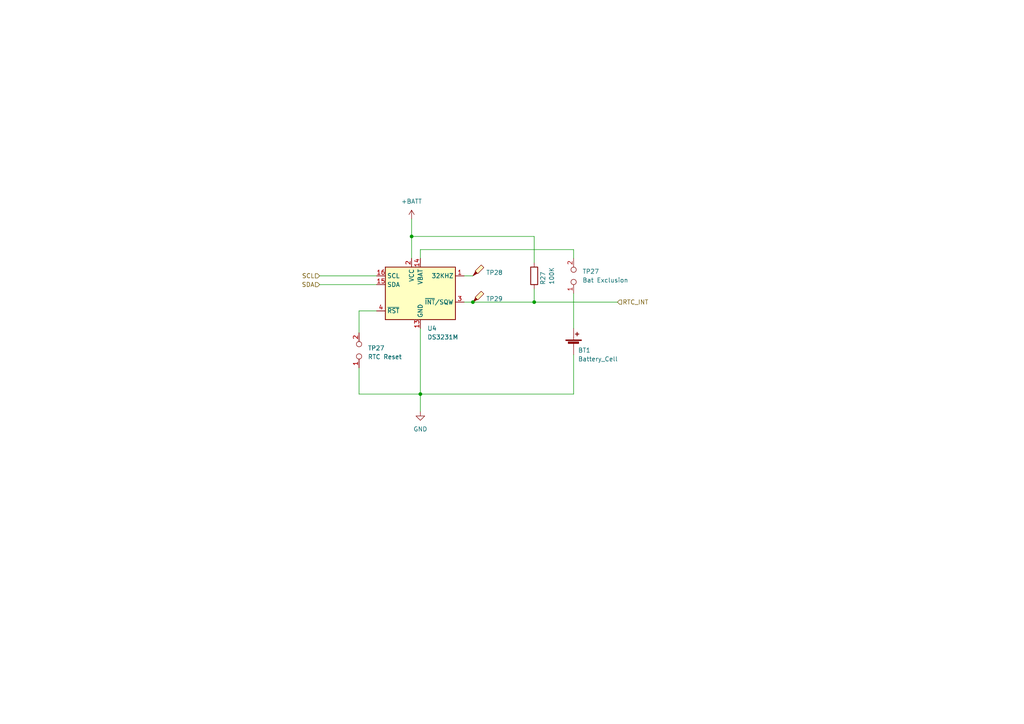
<source format=kicad_sch>
(kicad_sch (version 20230121) (generator eeschema)
  (paper "A4")
  (lib_symbols
    (symbol "Connector:TestPoint_2Pole" (pin_names (offset 0.762) hide)
      (property "Reference" "TP" (at 0 1.524 0))
      (property "Value" "TestPoint_2Pole" (at 0 -1.778 0))
      (symbol "TestPoint_2Pole_0_1"
        (circle (center -1.778 0) (radius 0.762))
        (circle (center 1.778 0) (radius 0.762))
        (pin passive line (at -5.08 0 0) (length 2.54) (name "1") (number "1"))
        (pin passive line (at 5.08 0 180) (length 2.54) (name "2") (number "2"))
      )
    )
    (symbol "Connector:TestPoint_Probe" (pin_numbers hide) (pin_names (offset 0.762) hide)
      (property "Reference" "TP" (at 1.651 5.842 0))
      (property "Value" "TestPoint_Probe" (at 1.651 4.064 0))
      (symbol "TestPoint_Probe_0_1"
        (polyline (pts (xy 1.27 0.762) (xy 0 0) (xy 0.762 1.27) (xy 1.27 0.762)) (fill (type outline)))
        (polyline (pts (xy 1.397 0.635) (xy 0.635 1.397) (xy 2.413 3.175) (xy 3.175 2.413) (xy 1.397 0.635)) (fill (type background)))
      )
      (symbol "TestPoint_Probe_1_1"
        (pin passive line (at 0 0 90) (length 0) (name "1") (number "1"))
      )
    )
    (symbol "Device:Battery_Cell" (pin_numbers hide) (pin_names (offset 0) hide)
      (property "Reference" "BT" (at 2.54 2.54 0))
      (property "Value" "Battery_Cell" (at 2.54 0 0))
      (symbol "Battery_Cell_0_1"
        (rectangle (start -2.286 1.778) (end 2.286 1.524) (fill (type outline)))
        (rectangle (start -1.5748 1.1938) (end 1.4732 0.6858) (fill (type outline)))
        (polyline (pts (xy 0 0.762) (xy 0 0)))
        (polyline (pts (xy 0 1.778) (xy 0 2.54)))
        (polyline (pts (xy 0.508 3.429) (xy 1.524 3.429)) (stroke (width 0.254)))
        (polyline (pts (xy 1.016 3.937) (xy 1.016 2.921)) (stroke (width 0.254)))
      )
      (symbol "Battery_Cell_1_1"
        (pin passive line (at 0 5.08 270) (length 2.54) (name "+") (number "1"))
        (pin passive line (at 0 -2.54 90) (length 2.54) (name "-") (number "2"))
      )
    )
    (symbol "Device:R" (pin_numbers hide) (pin_names (offset 0))
      (property "Reference" "R" (at 2.032 0 90))
      (property "Value" "R" (at 0 0 90))
      (symbol "R_0_1"
        (rectangle (start -1.016 -2.54) (end 1.016 2.54) (stroke (width 0.254)))
      )
      (symbol "R_1_1"
        (pin passive line (at 0 3.81 270) (length 1.27) (name "~") (number "1"))
        (pin passive line (at 0 -3.81 90) (length 1.27) (name "~") (number "2"))
      )
    )
    (symbol "Timer_RTC:DS3231M"
      (property "Reference" "U" (at -7.62 8.89 0))
      (property "Value" "DS3231M" (at 10.16 8.89 0))
      (symbol "DS3231M_0_1"
        (rectangle (start -10.16 7.62) (end 10.16 -7.62) (stroke (width 0.254)) (fill (type background)))
      )
      (symbol "DS3231M_1_1"
        (pin open_collector line (at 12.7 5.08 180) (length 2.54) (name "32KHZ") (number "1"))
        (pin passive line (at 0 -10.16 90) (length 2.54) hide (name "GND") (number "10"))
        (pin passive line (at 0 -10.16 90) (length 2.54) hide (name "GND") (number "11"))
        (pin passive line (at 0 -10.16 90) (length 2.54) hide (name "GND") (number "12"))
        (pin power_in line (at 0 -10.16 90) (length 2.54) (name "GND") (number "13"))
        (pin power_in line (at 0 10.16 270) (length 2.54) (name "VBAT") (number "14"))
        (pin bidirectional line (at -12.7 2.54 0) (length 2.54) (name "SDA") (number "15"))
        (pin input line (at -12.7 5.08 0) (length 2.54) (name "SCL") (number "16"))
        (pin power_in line (at -2.54 10.16 270) (length 2.54) (name "VCC") (number "2"))
        (pin open_collector line (at 12.7 -2.54 180) (length 2.54) (name "~{INT}/SQW") (number "3"))
        (pin bidirectional line (at -12.7 -5.08 0) (length 2.54) (name "~{RST}") (number "4"))
        (pin passive line (at 0 -10.16 90) (length 2.54) hide (name "GND") (number "5"))
        (pin passive line (at 0 -10.16 90) (length 2.54) hide (name "GND") (number "6"))
        (pin passive line (at 0 -10.16 90) (length 2.54) hide (name "GND") (number "7"))
        (pin passive line (at 0 -10.16 90) (length 2.54) hide (name "GND") (number "8"))
        (pin passive line (at 0 -10.16 90) (length 2.54) hide (name "GND") (number "9"))
      )
    )
    (symbol "power:+BATT" (power) (pin_names (offset 0))
      (property "Value" "+BATT" (at 0 3.556 0))
      (symbol "+BATT_0_1"
        (polyline (pts (xy -0.762 1.27) (xy 0 2.54)))
        (polyline (pts (xy 0 0) (xy 0 2.54)))
        (polyline (pts (xy 0 2.54) (xy 0.762 1.27)))
      )
      (symbol "+BATT_1_1"
        (pin power_in line (at 0 0 90) (length 0) hide (name "+BATT") (number "1"))
      )
    )
    (symbol "power:GND" (power) (pin_names (offset 0))
      (property "Value" "GND" (at 0 -3.81 0))
      (symbol "GND_0_1"
        (polyline (pts (xy 0 0) (xy 0 -1.27) (xy 1.27 -1.27) (xy 0 -2.54) (xy -1.27 -1.27) (xy 0 -1.27)))
      )
      (symbol "GND_1_1"
        (pin power_in line (at 0 0 270) (length 0) hide (name "GND") (number "1"))
      )
    )
  )
  (junction (at 154.94 87.63))
  (junction (at 121.92 114.3))
  (junction (at 119.38 68.58))
  (junction (at 137.16 87.63))
  (wire (pts (xy 166.37 85.09) (xy 166.37 95.25)))
  (wire (pts (xy 166.37 72.39) (xy 166.37 74.93)))
  (wire (pts (xy 119.38 68.58) (xy 119.38 74.93)))
  (wire (pts (xy 92.71 82.55) (xy 109.22 82.55)))
  (wire (pts (xy 104.14 96.52) (xy 104.14 90.17)))
  (wire (pts (xy 166.37 102.87) (xy 166.37 114.3)))
  (wire (pts (xy 121.92 74.93) (xy 121.92 72.39)))
  (wire (pts (xy 121.92 95.25) (xy 121.92 114.3)))
  (wire (pts (xy 104.14 114.3) (xy 121.92 114.3)))
  (wire (pts (xy 134.62 87.63) (xy 137.16 87.63)))
  (wire (pts (xy 121.92 72.39) (xy 166.37 72.39)))
  (wire (pts (xy 154.94 83.82) (xy 154.94 87.63)))
  (wire (pts (xy 121.92 114.3) (xy 166.37 114.3)))
  (wire (pts (xy 154.94 87.63) (xy 179.07 87.63)))
  (wire (pts (xy 119.38 63.5) (xy 119.38 68.58)))
  (wire (pts (xy 137.16 80.01) (xy 134.62 80.01)))
  (wire (pts (xy 104.14 114.3) (xy 104.14 106.68)))
  (wire (pts (xy 154.94 76.2) (xy 154.94 68.58)))
  (wire (pts (xy 92.71 80.01) (xy 109.22 80.01)))
  (wire (pts (xy 137.16 87.63) (xy 154.94 87.63)))
  (wire (pts (xy 121.92 119.38) (xy 121.92 114.3)))
  (wire (pts (xy 154.94 68.58) (xy 119.38 68.58)))
  (wire (pts (xy 104.14 90.17) (xy 109.22 90.17)))
  (hierarchical_label "RTC_INT" (shape input) (at 179.07 87.63 0))
  (hierarchical_label "SCL" (shape input) (at 92.71 80.01 180))
  (hierarchical_label "SDA" (shape input) (at 92.71 82.55 180))
  (symbol (lib_id "power:+BATT") (at 119.38 63.5 0) (unit 1)
    (property "Reference" "#PWR08" (effects hide))
    (property "Value" "+BATT" (at 119.38 58.42 0))
    (instances (project "automatic_irrigation_project" (path "" (reference "#PWR08") (unit 1)) (path "" (reference "#PWR033") (unit 1))))
  )
  (symbol (lib_id "Connector:TestPoint_2Pole") (at 104.14 101.6 90) (unit 1)
    (property "Reference" "TP27" (at 106.68 100.965 90) (effects (justify right)))
    (property "Value" "RTC Reset" (at 106.68 103.505 90) (effects (justify right)))
    (property "Footprint" "TestPoint:TestPoint_2Pads_Pitch2.54mm_Drill0.8mm" (effects hide))
    (instances (project "automatic_irrigation_project" (path "" (reference "TP27") (unit 1)) (path "" (reference "TP37") (unit 1))))
  )
  (symbol (lib_id "Timer_RTC:DS3231M") (at 121.92 85.09 0) (unit 1)
    (property "Reference" "U4" (at 123.9394 95.25 0) (effects (justify left)))
    (property "Value" "DS3231M" (at 123.9394 97.79 0) (effects (justify left)))
    (property "Footprint" "Package_SO:SOIC-16W_7.5x10.3mm_P1.27mm" (effects hide))
    (property "Datasheet" "http://datasheets.maximintegrated.com/en/ds/DS3231.pdf" (effects hide))
    (instances (project "automatic_irrigation_project" (path "" (reference "U4") (unit 1)) (path "" (reference "U12") (unit 1))))
  )
  (symbol (lib_id "Device:Battery_Cell") (at 166.37 100.33 0) (unit 1)
    (property "Reference" "BT1" (at 167.64 101.6 0) (effects (justify left)))
    (property "Value" "Battery_Cell" (at 167.64 104.14 0) (effects (justify left)))
    (property "Footprint" "Battery:BatteryHolder_Keystone_103_1x20mm" (effects hide))
    (instances (project "automatic_irrigation_project" (path "" (reference "BT1") (unit 1)) (path "" (reference "BT2") (unit 1))))
  )
  (symbol (lib_id "Device:R") (at 154.94 80.01 180) (unit 1)
    (property "Reference" "R27" (at 157.48 78.74 90) (effects (justify left)))
    (property "Value" "100K" (at 160.02 77.47 90) (effects (justify left)))
    (property "Footprint" "Resistor_SMD:R_0603_1608Metric_Pad0.98x0.95mm_HandSolder" (effects hide))
    (instances (project "automatic_irrigation_project" (path "" (reference "R27") (unit 1)) (path "" (reference "R29") (unit 1))))
  )
  (symbol (lib_id "Connector:TestPoint_Probe") (at 137.16 87.63 0) (unit 1)
    (property "Reference" "TP29" (at 140.97 86.6775 0) (effects (justify left)))
    (property "Value" "TestPoint_Probe" (effects hide))
    (property "Footprint" "TestPoint:TestPoint_THTPad_D1.5mm_Drill0.7mm" (effects hide))
    (instances (project "automatic_irrigation_project" (path "" (reference "TP29") (unit 1)) (path "" (reference "TP39") (unit 1))))
  )
  (symbol (lib_id "Connector:TestPoint_Probe") (at 137.16 80.01 0) (unit 1)
    (property "Reference" "TP28" (at 140.97 79.0575 0) (effects (justify left)))
    (property "Value" "TestPoint_Probe" (effects hide))
    (property "Footprint" "TestPoint:TestPoint_THTPad_D1.5mm_Drill0.7mm" (effects hide))
    (instances (project "automatic_irrigation_project" (path "" (reference "TP28") (unit 1)) (path "" (reference "TP38") (unit 1))))
  )
  (symbol (lib_id "Connector:TestPoint_2Pole") (at 166.37 80.01 90) (unit 1)
    (property "Reference" "TP27" (at 168.91 78.74 90) (effects (justify right)))
    (property "Value" "Bat Exclusion" (at 168.91 81.28 90) (effects (justify right)))
    (property "Footprint" "TestPoint:TestPoint_2Pads_Pitch2.54mm_Drill0.8mm" (effects hide))
    (instances (project "automatic_irrigation_project" (path "" (reference "TP27") (unit 1)) (path "" (reference "TP40") (unit 1))))
  )
  (symbol (lib_id "power:GND") (at 121.92 119.38 0) (unit 1)
    (property "Reference" "#PWR09" (effects hide))
    (property "Value" "GND" (at 121.92 124.46 0))
    (instances (project "automatic_irrigation_project" (path "" (reference "#PWR09") (unit 1)) (path "" (reference "#PWR034") (unit 1))))
  )
)
</source>
